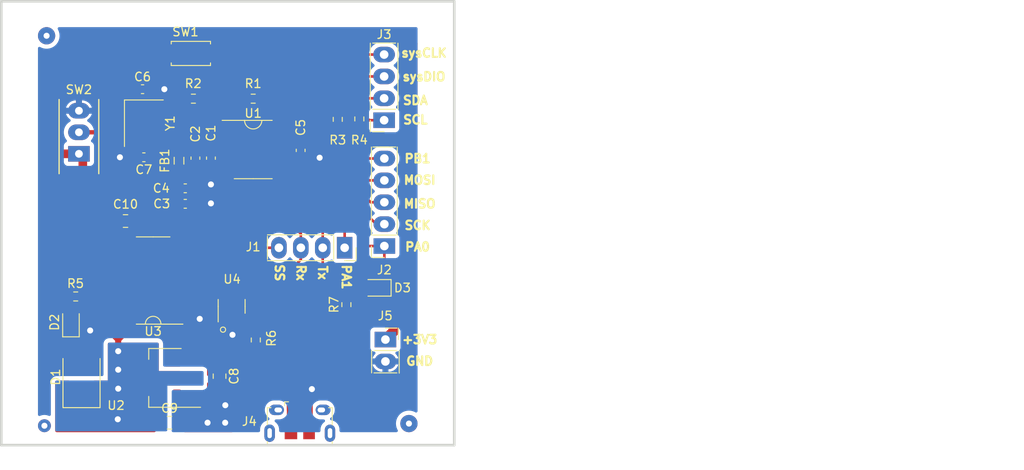
<source format=kicad_pcb>
(kicad_pcb (version 20211014) (generator pcbnew)
  (layers (0 "F.Cu" signal) (31 "B.Cu" mixed) (34 "B.Paste" user) (35 "F.Paste" user) (36 "B.SilkS" user "B.Silkscreen") (37 "F.SilkS" user "F.Silkscreen") (38 "B.Mask" user) (39 "F.Mask" user) (44 "Edge.Cuts" user))
  (net 0 "")
  (net 1 "+3.3VA")
  (net 2 "GND")
  (net 3 "+3V3")
  (net 4 "Net-(C6-Pad1)")
  (net 5 "Net-(C7-Pad1)")
  (net 6 "VCC")
  (net 7 "/NRST")
  (net 8 "Net-(D2-Pad2)")
  (net 9 "Net-(J2-Pad1)")
  (net 10 "Net-(J1-Pad1)")
  (net 11 "/TX")
  (net 12 "/RX")
  (net 13 "/SS")
  (net 14 "/SCK")
  (net 15 "/MISO")
  (net 16 "/MOSI")
  (net 17 "PB1")
  (net 18 "/I2C_SCL")
  (net 19 "/I2C_SDA")
  (net 20 "/SYS_SWDIO")
  (net 21 "/SYS_SWCLK")
  (net 22 "/USB_D-")
  (net 23 "/USB_D+")
  (net 26 "Net-(R2-Pad1)")
  (net 27 "Net-(R2-Pad2)")
  (net 36 "/CH_D+")
  (net 37 "/CH_D-")
  (net 38 "/DTR")
  (net 39 "Net-(D3-Pad2)")
  (footprint "Capacitor_SMD:C_0805_2012Metric" (layer "F.Cu") (at 142 103.9)
    (fp_text reference "C9" (at 0 -1.68) (layer "F.SilkS"))
    (fp_text value "22u")
    (pad "1" smd roundrect (at -0.95 0) (size 1 1.45) (layers "F.Cu" "F.Paste" "F.Mask") (net 3 "+3V3"))
    (pad "2" smd roundrect (at 0.95 0) (size 1 1.45) (layers "F.Cu" "F.Paste" "F.Mask") (net 2 "GND"))
  )
  (footprint "Connector_PinSocket_2.54mm:PinSocket_1x05_P2.54mm_Vertical" (layer "F.Cu") (at 166.9 83.4 180)
    (fp_text reference "J2" (at 0 -2.77) (layer "F.SilkS"))
    (fp_text value "Conn_01x05_Female")
    (pad "1" thru_hole rect (at 0 0 180) (size 2.5 1.8) (drill 1) (layers *.Cu *.Mask) (net 9 "Net-(J2-Pad1)"))
    (pad "2" thru_hole oval (at 0 2.54 180) (size 2.5 1.8) (drill 1) (layers *.Cu *.Mask) (net 14 "/SCK"))
    (pad "3" thru_hole oval (at 0 5.08 180) (size 2.5 1.8) (drill 1) (layers *.Cu *.Mask) (net 15 "/MISO"))
    (pad "4" thru_hole oval (at 0 7.62 180) (size 2.5 1.8) (drill 1) (layers *.Cu *.Mask) (net 16 "/MOSI"))
    (pad "5" thru_hole oval (at 0 10.16 180) (size 2.5 1.8) (drill 1) (layers *.Cu *.Mask) (net 17 "PB1"))
  )
  (footprint "Resistor_SMD:R_0603_1608Metric" (layer "F.Cu") (at 161.5 68.7 90)
    (fp_text reference "R3" (at -2.4 0 180) (layer "F.SilkS"))
    (fp_text value "10k")
    (pad "1" smd roundrect (at -0.9 0 90) (size 0.8 0.95) (layers "F.Cu" "F.Paste" "F.Mask") (net 3 "+3V3"))
    (pad "2" smd roundrect (at 0.9 0 90) (size 0.8 0.95) (layers "F.Cu" "F.Paste" "F.Mask") (net 19 "/I2C_SDA"))
  )
  (footprint "Capacitor_SMD:C_0603_1608Metric" (layer "F.Cu") (at 145 73.2 -90)
    (fp_text reference "C2" (at -2.8 0 90) (layer "F.SilkS"))
    (fp_text value "1u")
    (pad "1" smd roundrect (at -0.775 0 270) (size 0.9 0.95) (layers "F.Cu" "F.Paste" "F.Mask") (net 1 "+3.3VA"))
    (pad "2" smd roundrect (at 0.775 0 270) (size 0.9 0.95) (layers "F.Cu" "F.Paste" "F.Mask") (net 2 "GND"))
  )
  (footprint "Connector_USB:USB_Micro-B_Amphenol_10118194_Horizontal" (layer "F.Cu") (at 157.1 103.815)
    (fp_text reference "J4" (at -5.85 -0.065) (layer "F.SilkS"))
    (fp_text value "USB_B_Micro")
    (pad "" thru_hole oval (at 3.5 1.3) (size 1.2 2) (drill oval 0.5 1.15) (layers *.Cu *.Mask))
    (pad "" thru_hole oval (at 2.5 -1.4) (size 1.7 1.2) (drill oval 0.85 0.55 (offset 0.2 0)) (layers *.Cu *.Mask))
    (pad "" thru_hole oval (at -2.5 -1.4) (size 1.7 1.2) (drill oval 0.85 0.55 (offset -0.2 0)) (layers *.Cu *.Mask))
    (pad "" thru_hole oval (at -3.5 1.3) (size 1.2 2) (drill oval 0.5 1.15) (layers *.Cu *.Mask))
    (pad "1" smd rect (at -1.3 -1.4) (size 0.4 1.35) (layers "F.Cu" "F.Paste" "F.Mask") (net 6 "VCC"))
    (pad "2" smd rect (at -0.65 -1.4) (size 0.4 1.35) (layers "F.Cu" "F.Paste" "F.Mask") (net 22 "/USB_D-"))
    (pad "3" smd rect (at 0 -1.4) (size 0.4 1.35) (layers "F.Cu" "F.Paste" "F.Mask") (net 23 "/USB_D+"))
    (pad "4" smd rect (at 0.65 -1.4) (size 0.4 1.35) (layers "F.Cu" "F.Paste" "F.Mask"))
    (pad "5" smd rect (at 1.3 -1.4) (size 0.4 1.35) (layers "F.Cu" "F.Paste" "F.Mask") (net 2 "GND"))
    (pad "6" thru_hole oval (at -2.5 -1.4) (size 1.7 1.2) (drill oval 0.85 0.55 (offset -0.2 0)) (layers *.Cu *.Mask))
    (pad "6" thru_hole oval (at 2.5 -1.4) (size 1.7 1.2) (drill oval 0.85 0.55 (offset 0.2 0)) (layers *.Cu *.Mask))
    (pad "6" smd rect (at 1.075 1.2625) (size 1.35 1.475) (layers "F.Cu" "F.Paste" "F.Mask"))
    (pad "6" smd rect (at -1.025 1.2625) (size 1.45 1.475) (layers "F.Cu" "F.Paste" "F.Mask"))
    (pad "6" thru_hole oval (at 3.5 1.3) (size 0.89 1.55) (drill oval 0.5 1.15) (layers *.Cu *.Mask))
    (pad "6" thru_hole oval (at -3.5 1.3) (size 1.2 2) (drill oval 0.5 1.15) (layers *.Cu *.Mask))
  )
  (footprint "LED_SMD:LED_0805_2012Metric" (layer "F.Cu") (at 166 88.25 180)
    (fp_text reference "D3" (at -3 0) (layer "F.SilkS"))
    (fp_text value "LED")
    (pad "1" smd roundrect (at -0.9375 0 180) (size 0.975 1.4) (layers "F.Cu" "F.Paste" "F.Mask") (net 9 "Net-(J2-Pad1)"))
    (pad "2" smd roundrect (at 0.9375 0 180) (size 0.975 1.4) (layers "F.Cu" "F.Paste" "F.Mask") (net 39 "Net-(D3-Pad2)"))
  )
  (footprint "Button_Switch_THT:SW_CuK_OS102011MA1QN1_SPDT_Angled" (layer "F.Cu") (at 131.5 72.7 90)
    (fp_text reference "SW2" (at 7.45 0) (layer "F.SilkS"))
    (fp_text value "SW_SPDT")
    (pad "1" thru_hole rect (at 0 0 90) (size 1.8 2.5) (drill 0.9) (layers *.Cu *.Mask) (net 3 "+3V3"))
    (pad "2" thru_hole oval (at 2.5 0 90) (size 1.8 2.5) (drill 0.9) (layers *.Cu *.Mask) (net 26 "Net-(R2-Pad1)"))
    (pad "3" thru_hole oval (at 5 0 90) (size 1.8 2.5) (drill 0.9) (layers *.Cu *.Mask) (net 2 "GND"))
  )
  (footprint "Capacitor_SMD:C_0603_1608Metric" (layer "F.Cu") (at 146.8 73.2 -90)
    (fp_text reference "C1" (at -2.9 0 90) (layer "F.SilkS"))
    (fp_text value "10n")
    (pad "1" smd roundrect (at -0.775 0 270) (size 0.9 0.95) (layers "F.Cu" "F.Paste" "F.Mask") (net 1 "+3.3VA"))
    (pad "2" smd roundrect (at 0.775 0 270) (size 0.9 0.95) (layers "F.Cu" "F.Paste" "F.Mask") (net 2 "GND"))
  )
  (footprint "LED_SMD:LED_0805_2012Metric" (layer "F.Cu") (at 130.575 92.25 90)
    (fp_text reference "D2" (at 0 -1.9 90) (layer "F.SilkS"))
    (fp_text value "LED")
    (pad "1" smd roundrect (at -0.9375 0 90) (size 0.975 1.4) (layers "F.Cu" "F.Paste" "F.Mask") (net 2 "GND"))
    (pad "2" smd roundrect (at 0.9375 0 90) (size 0.975 1.4) (layers "F.Cu" "F.Paste" "F.Mask") (net 8 "Net-(D2-Pad2)"))
  )
  (footprint "Resistor_SMD:R_0603_1608Metric" (layer "F.Cu") (at 152 94.3 -90)
    (fp_text reference "R6" (at -0.2 -1.8 -270) (layer "F.SilkS"))
    (fp_text value "1k5")
    (pad "1" smd roundrect (at -0.825 0 270) (size 0.8 0.95) (layers "F.Cu" "F.Paste" "F.Mask") (net 3 "+3V3"))
    (pad "2" smd roundrect (at 0.825 0 270) (size 0.8 0.95) (layers "F.Cu" "F.Paste" "F.Mask") (net 23 "/USB_D+"))
  )
  (footprint "Button_Switch_SMD:SW_SPST_B3U-1000P" (layer "F.Cu") (at 144.25 61.05)
    (fp_text reference "SW1" (at -0.4 -2.5) (layer "F.SilkS"))
    (fp_text value "SW_Push")
    (pad "1" smd rect (at -2.1 0) (size 1 2) (layers "F.Cu" "F.Paste" "F.Mask") (net 2 "GND"))
    (pad "2" smd rect (at 2.1 0) (size 1 2) (layers "F.Cu" "F.Paste" "F.Mask") (net 7 "/NRST"))
  )
  (footprint "Connector_PinSocket_2.54mm:PinSocket_1x04_P2.54mm_Vertical" (layer "F.Cu") (at 162.3 83.6 -90)
    (fp_text reference "J1" (at -0.1 10.6 180) (layer "F.SilkS"))
    (fp_text value "Conn_01x04_Female")
    (pad "1" thru_hole rect (at 0 0 270) (size 2.5 1.8) (drill 1) (layers *.Cu *.Mask) (net 10 "Net-(J1-Pad1)"))
    (pad "2" thru_hole oval (at 0 2.54 270) (size 2.5 1.8) (drill 1) (layers *.Cu *.Mask) (net 11 "/TX"))
    (pad "3" thru_hole oval (at 0 5.08 270) (size 2.5 1.8) (drill 1) (layers *.Cu *.Mask) (net 12 "/RX"))
    (pad "4" thru_hole oval (at 0 7.62 270) (size 2.5 1.8) (drill 1) (layers *.Cu *.Mask) (net 13 "/SS"))
  )
  (footprint "Package_TO_SOT_SMD:SOT-23-6" (layer "F.Cu") (at 149.2 90.4 90)
    (fp_text reference "U4" (at 3.15 0.05 180) (layer "F.SilkS"))
    (fp_text value "USBLC6-2SC6")
    (pad "1" smd roundrect (at -1.1375 -0.95 90) (size 1.325 0.6) (layers "F.Cu" "F.Paste" "F.Mask") (net 22 "/USB_D-"))
    (pad "2" smd roundrect (at -1.1375 0 90) (size 1.325 0.6) (layers "F.Cu" "F.Paste" "F.Mask") (net 2 "GND"))
    (pad "3" smd roundrect (at -1.1375 0.95 90) (size 1.325 0.6) (layers "F.Cu" "F.Paste" "F.Mask") (net 23 "/USB_D+"))
    (pad "4" smd roundrect (at 1.1375 0.95 90) (size 1.325 0.6) (layers "F.Cu" "F.Paste" "F.Mask") (net 36 "/CH_D+"))
    (pad "5" smd roundrect (at 1.1375 0 90) (size 1.325 0.6) (layers "F.Cu" "F.Paste" "F.Mask") (net 3 "+3V3"))
    (pad "6" smd roundrect (at 1.1375 -0.95 90) (size 1.325 0.6) (layers "F.Cu" "F.Paste" "F.Mask") (net 37 "/CH_D-"))
  )
  (footprint "Crystal:Crystal_SMD_3225-4Pin_3.2x2.5mm_HandSoldering" (layer "F.Cu") (at 139.025 69.15 -90)
    (fp_text reference "Y1" (at 0 -3.05 90) (layer "F.SilkS"))
    (fp_text value "32MHz")
    (pad "1" smd roundrect (at -1.5 1.175 270) (size 1.8 1.5) (layers "F.Cu" "F.Paste" "F.Mask") (roundrect_rratio 0) (chamfer_ratio 0.3) (chamfer top_right) (net 4 "Net-(C6-Pad1)"))
    (pad "2" smd rect (at 1.4 1.175 270) (size 1.8 1.5) (layers "F.Cu" "F.Paste" "F.Mask") (net 2 "GND"))
    (pad "3" smd rect (at 1.4 -1.05 270) (size 1.8 1.5) (layers "F.Cu" "F.Paste" "F.Mask") (net 5 "Net-(C7-Pad1)"))
    (pad "4" smd rect (at -1.4 -1.05 270) (size 1.8 1.5) (layers "F.Cu" "F.Paste" "F.Mask") (net 2 "GND"))
  )
  (footprint "Inductor_SMD:L_0805_2012Metric" (layer "F.Cu") (at 143.1 73.5 -90)
    (fp_text reference "FB1" (at 0 1.65 90) (layer "F.SilkS"))
    (fp_text value "100R")
    (pad "1" smd roundrect (at -1.0625 0 270) (size 0.875 1.2) (layers "F.Cu" "F.Paste" "F.Mask") (net 1 "+3.3VA"))
    (pad "2" smd roundrect (at 1.0625 0 270) (size 0.875 1.2) (layers "F.Cu" "F.Paste" "F.Mask") (net 3 "+3V3"))
  )
  (footprint "Connector_PinSocket_2.54mm:PinSocket_1x04_P2.54mm_Vertical" (layer "F.Cu") (at 166.875 68.8 180)
    (fp_text reference "J3" (at 0 9.95) (layer "F.SilkS"))
    (fp_text value "Conn_01x04_Female")
    (pad "1" thru_hole rect (at 0 0 180) (size 2.5 1.8) (drill 1) (layers *.Cu *.Mask) (net 18 "/I2C_SCL"))
    (pad "2" thru_hole oval (at 0 2.54 180) (size 2.5 1.8) (drill 1) (layers *.Cu *.Mask) (net 19 "/I2C_SDA"))
    (pad "3" thru_hole oval (at 0 5.08 180) (size 2.5 1.8) (drill 1) (layers *.Cu *.Mask) (net 20 "/SYS_SWDIO"))
    (pad "4" thru_hole oval (at 0 7.62 180) (size 2.5 1.8) (drill 1) (layers *.Cu *.Mask) (net 21 "/SYS_SWCLK"))
  )
  (footprint "Resistor_SMD:R_0603_1608Metric" (layer "F.Cu") (at 162.5 90.2 90)
    (fp_text reference "R7" (at 0 -1.43 90) (layer "F.SilkS"))
    (fp_text value "1k5")
    (pad "1" smd roundrect (at -0.825 0 90) (size 0.8 0.95) (layers "F.Cu" "F.Paste" "F.Mask") (net 3 "+3V3"))
    (pad "2" smd roundrect (at 0.825 0 90) (size 0.8 0.95) (layers "F.Cu" "F.Paste" "F.Mask") (net 39 "Net-(D3-Pad2)"))
  )
  (footprint "Capacitor_SMD:C_0603_1608Metric" (layer "F.Cu") (at 139.025 73.1 180)
    (fp_text reference "C7" (at 0 -1.43) (layer "F.SilkS"))
    (fp_text value "10p")
    (pad "1" smd roundrect (at -0.775 0 180) (size 0.9 0.95) (layers "F.Cu" "F.Paste" "F.Mask") (net 5 "Net-(C7-Pad1)"))
    (pad "2" smd roundrect (at 0.775 0 180) (size 0.9 0.95) (layers "F.Cu" "F.Paste" "F.Mask") (net 2 "GND"))
  )
  (footprint "Capacitor_SMD:C_0603_1608Metric" (layer "F.Cu") (at 157.2 72.3 -90)
    (fp_text reference "C5" (at -2.65 0 90) (layer "F.SilkS"))
    (fp_text value "100n")
    (pad "1" smd roundrect (at -0.775 0 270) (size 0.9 0.95) (layers "F.Cu" "F.Paste" "F.Mask") (net 3 "+3V3"))
    (pad "2" smd roundrect (at 0.775 0 270) (size 0.9 0.95) (layers "F.Cu" "F.Paste" "F.Mask") (net 2 "GND"))
  )
  (footprint "Capacitor_SMD:C_0603_1608Metric" (layer "F.Cu") (at 143.825 76.7)
    (fp_text reference "C4" (at -2.775 0) (layer "F.SilkS"))
    (fp_text value "4.7u")
    (pad "1" smd roundrect (at -0.775 0) (size 0.9 0.95) (layers "F.Cu" "F.Paste" "F.Mask") (net 3 "+3V3"))
    (pad "2" smd roundrect (at 0.775 0) (size 0.9 0.95) (layers "F.Cu" "F.Paste" "F.Mask") (net 2 "GND"))
  )
  (footprint "Resistor_SMD:R_0603_1608Metric" (layer "F.Cu") (at 164 68.65 90)
    (fp_text reference "R4" (at -2.45 0) (layer "F.SilkS"))
    (fp_text value "10k")
    (pad "1" smd roundrect (at -0.825 0 90) (size 0.8 0.95) (layers "F.Cu" "F.Paste" "F.Mask") (net 3 "+3V3"))
    (pad "2" smd roundrect (at 0.825 0 90) (size 0.8 0.95) (layers "F.Cu" "F.Paste" "F.Mask") (net 18 "/I2C_SCL"))
  )
  (footprint "Package_TO_SOT_SMD:SOT-223-3_TabPin2" (layer "F.Cu") (at 141.5 98.7 180)
    (fp_text reference "U2" (at 5.7 -3.2) (layer "F.SilkS"))
    (fp_text value "AMS1117-3.3")
    (pad "1" smd rect locked (at -3.15 -2.3 180) (size 2 1.5) (layers "F.Cu" "F.Paste" "F.Mask") (net 2 "GND"))
    (pad "2" smd rect locked (at -3.15 0 180) (size 2 1.5) (layers "F.Cu" "F.Paste" "F.Mask") (net 3 "+3V3"))
    (pad "2" smd rect locked (at 3.15 0 180) (size 2 3.8) (layers "F.Cu" "F.Paste" "F.Mask") (net 3 "+3V3"))
    (pad "3" smd rect locked (at -3.15 2.3 180) (size 2 1.5) (layers "F.Cu" "F.Paste" "F.Mask") (net 6 "VCC"))
  )
  (footprint "Capacitor_SMD:C_0603_1608Metric" (layer "F.Cu") (at 138.875 65.2)
    (fp_text reference "C6" (at 0 -1.43) (layer "F.SilkS"))
    (fp_text value "10p")
    (pad "1" smd roundrect (at -0.775 0) (size 0.9 0.95) (layers "F.Cu" "F.Paste" "F.Mask") (net 4 "Net-(C6-Pad1)"))
    (pad "2" smd roundrect (at 0.775 0) (size 0.9 0.95) (layers "F.Cu" "F.Paste" "F.Mask") (net 2 "GND"))
  )
  (footprint "Package_SO:SOIC-16_3.9x9.9mm_P1.27mm" (layer "F.Cu") (at 140.1 87.4 180)
    (fp_text reference "U3" (at 0 -5.9) (layer "F.SilkS"))
    (fp_text value "CH340C")
    (pad "1" smd roundrect (at -2.475 -4.445 180) (size 1.95 0.6) (layers "F.Cu" "F.Paste" "F.Mask") (net 2 "GND"))
    (pad "2" smd roundrect (at -2.475 -3.175 180) (size 1.95 0.6) (layers "F.Cu" "F.Paste" "F.Mask") (net 12 "/RX"))
    (pad "3" smd roundrect (at -2.475 -1.905 180) (size 1.95 0.6) (layers "F.Cu" "F.Paste" "F.Mask") (net 11 "/TX"))
    (pad "4" smd roundrect (at -2.475 -0.635 180) (size 1.95 0.6) (layers "F.Cu" "F.Paste" "F.Mask") (net 3 "+3V3"))
    (pad "5" smd roundrect (at -2.475 0.635 180) (size 1.95 0.6) (layers "F.Cu" "F.Paste" "F.Mask") (net 36 "/CH_D+"))
    (pad "6" smd roundrect (at -2.475 1.905 180) (size 1.95 0.6) (layers "F.Cu" "F.Paste" "F.Mask") (net 37 "/CH_D-"))
    (pad "7" smd roundrect (at -2.475 3.175 180) (size 1.95 0.6) (layers "F.Cu" "F.Paste" "F.Mask"))
    (pad "8" smd roundrect (at -2.475 4.445 180) (size 1.95 0.6) (layers "F.Cu" "F.Paste" "F.Mask"))
    (pad "9" smd roundrect (at 2.475 4.445 180) (size 1.95 0.6) (layers "F.Cu" "F.Paste" "F.Mask"))
    (pad "10" smd roundrect (at 2.475 3.175 180) (size 1.95 0.6) (layers "F.Cu" "F.Paste" "F.Mask"))
    (pad "11" smd roundrect (at 2.475 1.905 180) (size 1.95 0.6) (layers "F.Cu" "F.Paste" "F.Mask"))
    (pad "12" smd roundrect (at 2.475 0.635 180) (size 1.95 0.6) (layers "F.Cu" "F.Paste" "F.Mask"))
    (pad "13" smd roundrect (at 2.475 -0.635 180) (size 1.95 0.6) (layers "F.Cu" "F.Paste" "F.Mask") (net 38 "/DTR"))
    (pad "14" smd roundrect (at 2.475 -1.905 180) (size 1.95 0.6) (layers "F.Cu" "F.Paste" "F.Mask"))
    (pad "15" smd roundrect (at 2.475 -3.175 180) (size 1.95 0.6) (layers "F.Cu" "F.Paste" "F.Mask"))
    (pad "16" smd roundrect (at 2.475 -4.445 180) (size 1.95 0.6) (layers "F.Cu" "F.Paste" "F.Mask") (net 3 "+3V3"))
  )
  (footprint "Capacitor_SMD:C_0603_1608Metric" (layer "F.Cu") (at 143.825 78.5)
    (fp_text reference "C3" (at -2.725 0) (layer "F.SilkS"))
    (fp_text value "1u")
    (pad "1" smd roundrect (at -0.775 0) (size 0.9 0.95) (layers "F.Cu" "F.Paste" "F.Mask") (net 3 "+3V3"))
    (pad "2" smd roundrect (at 0.775 0) (size 0.9 0.95) (layers "F.Cu" "F.Paste" "F.Mask") (net 2 "GND"))
  )
  (footprint "Capacitor_SMD:C_0805_2012Metric" (layer "F.Cu") (at 136.9 80.5 180)
    (fp_text reference "C10" (at 0 1.95) (layer "F.SilkS"))
    (fp_text value "47n")
    (pad "1" smd roundrect (at -0.95 0 180) (size 1 1.45) (layers "F.Cu" "F.Paste" "F.Mask") (net 7 "/NRST"))
    (pad "2" smd roundrect (at 0.95 0 180) (size 1 1.45) (layers "F.Cu" "F.Paste" "F.Mask") (net 38 "/DTR"))
  )
  (footprint "Resistor_SMD:R_0603_1608Metric" (layer "F.Cu") (at 151.7 66.3 180)
    (fp_text reference "R1" (at 0 1.75) (layer "F.SilkS"))
    (fp_text value "10k")
    (pad "1" smd roundrect (at -0.825 0 180) (size 0.8 0.95) (layers "F.Cu" "F.Paste" "F.Mask") (net 3 "+3V3"))
    (pad "2" smd roundrect (at 0.825 0 180) (size 0.8 0.95) (layers "F.Cu" "F.Paste" "F.Mask") (net 7 "/NRST"))
  )
  (footprint "Capacitor_SMD:C_0805_2012Metric" (layer "F.Cu") (at 147.8 98.5 -90)
    (fp_text reference "C8" (at 0 -1.68 -90) (layer "F.SilkS"))
    (fp_text value "22u")
    (pad "1" smd roundrect (at -0.95 0 270) (size 1 1.45) (layers "F.Cu" "F.Paste" "F.Mask") (net 6 "VCC"))
    (pad "2" smd roundrect (at 0.95 0 270) (size 1 1.45) (layers "F.Cu" "F.Paste" "F.Mask") (net 2 "GND"))
  )
  (footprint "Diode_SMD:D_SMB" (layer "F.Cu") (at 131.8 98.6 90)
    (fp_text reference "D1" (at 0 -3 90) (layer "F.SilkS"))
    (fp_text value "SMAJ5.0A")
    (pad "1" smd rect (at -2.15 0 90) (size 2.5 2.3) (layers "F.Cu" "F.Paste" "F.Mask") (net 3 "+3V3"))
    (pad "2" smd rect (at 2.15 0 90) (size 2.5 2.3) (layers "F.Cu" "F.Paste" "F.Mask") (net 2 "GND"))
  )
  (footprint "Resistor_SMD:R_0603_1608Metric" (layer "F.Cu") (at 131.125 89.25 180)
    (fp_text reference "R5" (at 0.025 1.5) (layer "F.SilkS"))
    (fp_text value "1k5")
    (pad "1" smd roundrect (at -0.825 0 180) (size 0.8 0.95) (layers "F.Cu" "F.Paste" "F.Mask") (net 3 "+3V3"))
    (pad "2" smd roundrect (at 0.825 0 180) (size 0.8 0.95) (layers "F.Cu" "F.Paste" "F.Mask") (net 8 "Net-(D2-Pad2)"))
  )
  (footprint "Connector_PinSocket_2.54mm:PinSocket_1x02_P2.54mm_Vertical" (layer "F.Cu") (at 167.025 94.25)
    (fp_text reference "J5" (at -0.025 -2.75) (layer "F.SilkS"))
    (fp_text value "Conn_01x02_Female")
    (pad "1" thru_hole rect (at 0 0) (size 2.5 1.8) (drill 1) (layers *.Cu *.Mask) (net 3 "+3V3"))
    (pad "2" thru_hole oval (at 0 2.54) (size 2.5 1.8) (drill 1) (layers *.Cu *.Mask) (net 2 "GND"))
  )
  (footprint "Resistor_SMD:R_0603_1608Metric" (layer "F.Cu") (at 144.76739 66.3)
    (fp_text reference "R2" (at -0.01739 -1.75) (layer "F.SilkS"))
    (fp_text value "1k")
    (pad "1" smd roundrect (at -0.825 0) (size 0.8 0.95) (layers "F.Cu" "F.Paste" "F.Mask") (net 26 "Net-(R2-Pad1)"))
    (pad "2" smd roundrect (at 0.825 0) (size 0.8 0.95) (layers "F.Cu" "F.Paste" "F.Mask") (net 27 "Net-(R2-Pad2)"))
  )
  (footprint "Package_SO:TSSOP-20_4.4x6.5mm_P0.65mm" (layer "F.Cu") (at 151.7 72.2)
    (fp_text reference "U1" (at 0 -4.2) (layer "F.SilkS"))
    (fp_text value "STM32F030F4Px")
    (pad "1" smd roundrect (at -2.8625 -2.925) (size 1.475 0.4) (layers "F.Cu" "F.Paste" "F.Mask") (roundrect_rratio 0.2) (chamfer_ratio 0.5) (chamfer top_left) (net 27 "Net-(R2-Pad2)"))
    (pad "2" smd roundrect (at -2.8625 -2.275) (size 1.475 0.4) (layers "F.Cu" "F.Paste" "F.Mask") (net 4 "Net-(C6-Pad1)"))
    (pad "3" smd roundrect (at -2.8625 -1.625) (size 1.475 0.4) (layers "F.Cu" "F.Paste" "F.Mask") (net 5 "Net-(C7-Pad1)"))
    (pad "4" smd roundrect (at -2.8625 -0.975) (size 1.475 0.4) (layers "F.Cu" "F.Paste" "F.Mask") (net 7 "/NRST"))
    (pad "5" smd roundrect (at -2.8625 -0.325) (size 1.475 0.4) (layers "F.Cu" "F.Paste" "F.Mask") (net 1 "+3.3VA"))
    (pad "6" smd roundrect (at -2.8625 0.325) (size 1.475 0.4) (layers "F.Cu" "F.Paste" "F.Mask") (net 9 "Net-(J2-Pad1)"))
    (pad "7" smd roundrect (at -2.8625 0.975) (size 1.475 0.4) (layers "F.Cu" "F.Paste" "F.Mask") (net 10 "Net-(J1-Pad1)"))
    (pad "8" smd roundrect (at -2.8625 1.625) (size 1.475 0.4) (layers "F.Cu" "F.Paste" "F.Mask") (net 11 "/TX"))
    (pad "9" smd roundrect (at -2.8625 2.275) (size 1.475 0.4) (layers "F.Cu" "F.Paste" "F.Mask") (net 12 "/RX"))
    (pad "10" smd roundrect (at -2.8625 2.925) (size 1.475 0.4) (layers "F.Cu" "F.Paste" "F.Mask") (net 13 "/SS"))
    (pad "11" smd roundrect (at 2.8625 2.925) (size 1.475 0.4) (layers "F.Cu" "F.Paste" "F.Mask") (net 14 "/SCK"))
    (pad "12" smd roundrect (at 2.8625 2.275) (size 1.475 0.4) (layers "F.Cu" "F.Paste" "F.Mask") (net 15 "/MISO"))
    (pad "13" smd roundrect (at 2.8625 1.625) (size 1.475 0.4) (layers "F.Cu" "F.Paste" "F.Mask") (net 16 "/MOSI"))
    (pad "14" smd roundrect (at 2.8625 0.975) (size 1.475 0.4) (layers "F.Cu" "F.Paste" "F.Mask") (net 17 "PB1"))
    (pad "15" smd roundrect (at 2.8625 0.325) (size 1.475 0.4) (layers "F.Cu" "F.Paste" "F.Mask") (net 2 "GND"))
    (pad "16" smd roundrect (at 2.8625 -0.325) (size 1.475 0.4) (layers "F.Cu" "F.Paste" "F.Mask") (net 3 "+3V3"))
    (pad "17" smd roundrect (at 2.8625 -0.975) (size 1.475 0.4) (layers "F.Cu" "F.Paste" "F.Mask") (net 18 "/I2C_SCL"))
    (pad "18" smd roundrect (at 2.8625 -1.625) (size 1.475 0.4) (layers "F.Cu" "F.Paste" "F.Mask") (net 19 "/I2C_SDA"))
    (pad "19" smd roundrect (at 2.8625 -2.275) (size 1.475 0.4) (layers "F.Cu" "F.Paste" "F.Mask") (net 20 "/SYS_SWDIO"))
    (pad "20" smd roundrect (at 2.8625 -2.925) (size 1.475 0.4) (layers "F.Cu" "F.Paste" "F.Mask") (net 21 "/SYS_SWCLK"))
  )
  (gr_line (start 122.5 54.999999) (end 122.5 106.5) (layer "Edge.Cuts") (width 0.3))
  (gr_line (start 175 54.999999) (end 122.5 54.999999) (layer "Edge.Cuts") (width 0.3))
  (gr_line (start 122.5 106.5) (end 175 106.5) (layer "Edge.Cuts") (width 0.3))
  (gr_line (start 175 106.5) (end 175 54.999999) (layer "Edge.Cuts") (width 0.3))
  (gr_text "(0)^(0)" (at 167 100.25) (layer "F.Cu") (effects (font (size 1.3 1.5) (thickness 0.3))))
  (gr_text "STM32\nJNBG\n" (at 160.5 95) (layer "F.Cu") (effects (font (size 1.5 1.5) (thickness 0.3) italic)))
  (gr_text "MOSI" (at 171 75.75) (layer "F.SilkS") (effects (font (size 1 1) (thickness 0.25))))
  (gr_text "SS" (at 154.75 86.5 270) (layer "F.SilkS") (effects (font (size 1 1) (thickness 0.25))))
  (gr_text "SCK" (at 170.75 81) (layer "F.SilkS") (effects (font (size 1 1) (thickness 0.25))))
  (gr_text "Tx" (at 159.75 86.5 270) (layer "F.SilkS") (effects (font (size 1 1) (thickness 0.25))))
  (gr_text "SCL" (at 170.5 68.75) (layer "F.SilkS") (effects (font (size 1 1) (thickness 0.25))))
  (gr_text "MISO" (at 171 78.5) (layer "F.SilkS") (effects (font (size 1 1) (thickness 0.25))))
  (gr_text "PA0" (at 170.75 83.5) (layer "F.SilkS") (effects (font (size 1 1) (thickness 0.25))))
  (gr_text "+3V3\n" (at 171 94.25) (layer "F.SilkS") (effects (font (size 1 1) (thickness 0.25))))
  (gr_text "sysCLK\n" (at 171.5 61) (layer "F.SilkS") (effects (font (size 1 1) (thickness 0.25))))
  (gr_text "SDA" (at 170.5 66.5) (layer "F.SilkS") (effects (font (size 1 1) (thickness 0.25))))
  (gr_text "GND\n" (at 171 96.75) (layer "F.SilkS") (effects (font (size 1 1) (thickness 0.25))))
  (gr_text "Rx" (at 157.25 86.5 270) (layer "F.SilkS") (effects (font (size 1 1) (thickness 0.25))))
  (gr_text "PA1" (at 162.5 87 270) (layer "F.SilkS") (effects (font (size 1 1) (thickness 0.25))))
  (gr_text "sysDIO" (at 171.5 63.75) (layer "F.SilkS") (effects (font (size 1 1) (thickness 0.25))))
  (gr_text "PB1" (at 170.75 73.25) (layer "F.SilkS") (effects (font (size 1 1) (thickness 0.25))))
  (via (at 127.5 104.25) (size 1.5) (drill 0.7) (layers "F.Cu" "B.Cu") (net 0))
  (via (at 169.75 104) (size 2) (drill 0.7) (layers "F.Cu" "B.Cu") (net 0))
  (via (at 127.75 59) (size 2) (drill 0.7) (layers "F.Cu" "B.Cu") (net 0))
  (segment (start 143.1 72.4375) (end 144.9875 72.4375) (width 0.5) (layer "F.Cu") (net 1))
  (segment (start 148.8375 71.875) (end 147.35 71.875) (width 0.3) (layer "F.Cu") (net 1))
  (segment (start 145.2 72.425) (end 147.075 72.425) (width 0.3) (layer "F.Cu") (net 1))
  (segment (start 147.30098 71.92402) (end 147 72.225) (width 0.3) (layer "F.Cu") (net 1))
  (segment (start 147.35 71.875) (end 146.8 72.425) (width 0.3) (layer "F.Cu") (net 1))
  (segment (start 144.9875 72.4375) (end 145 72.425) (width 0.5) (layer "F.Cu") (net 1))
  (segment (start 147 72.225) (end 147 72.425) (width 0.3) (layer "F.Cu") (net 1))
  (segment (start 138.25 73.1) (end 138.25 72.25) (width 0.4) (layer "F.Cu") (net 2))
  (segment (start 131.5 64.1) (end 131.5 67.7) (width 0.7) (layer "F.Cu") (net 2))
  (segment (start 159.3245 73.075) (end 157.2 73.075) (width 0.3) (layer "F.Cu") (net 2))
  (segment (start 146.8 73.975) (end 145 73.975) (width 0.5) (layer "F.Cu") (net 2))
  (segment (start 149.2 93.6) (end 149.2 91.5375) (width 0.4) (layer "F.Cu") (net 2))
  (segment (start 144.6 76.7) (end 144.6 78.5) (width 0.4) (layer "F.Cu") (net 2))
  (segment (start 146.75 78.5) (end 146.8 78.45) (width 0.4) (layer "F.Cu") (net 2))
  (segment (start 158.5 100) (end 158.4 100.1) (width 0.3) (layer "F.Cu") (net 2))
  (segment (start 145.4505 91.9) (end 145.3 91.9) (width 0.4) (layer "F.Cu") (net 2))
  (segment (start 137.85 71.85) (end 137.85 70.65) (width 0.4) (layer "F.Cu") (net 2))
  (segment (start 156.65 72.525) (end 157.2 73.075) (width 0.3) (layer "F.Cu") (net 2))
  (segment (start 134.55 61.05) (end 131.5 64.1) (width 0.7) (layer "F.Cu") (net 2))
  (segment (start 146.8 76.25) (end 146.8 73.975) (width 0.5) (layer "F.Cu") (net 2))
  (segment (start 154.5625 72.525) (end 156.65 72.525) (width 0.3) (layer "F.Cu") (net 2))
  (segment (start 144.6 78.5) (end 146.75 78.5) (width 0.4) (layer "F.Cu") (net 2))
  (segment (start 142.15 61.05) (end 134.55 61.05) (width 0.7) (layer "F.Cu") (net 2))
  (segment (start 139.65 67.1) (end 140.2 67.65) (width 0.4) (layer "F.Cu") (net 2))
  (segment (start 139.65 65.2) (end 139.65 67.1) (width 0.4) (layer "F.Cu") (net 2))
  (segment (start 145.5005 91.85) (end 145.4955 91.845) (width 0.4) (layer "F.Cu") (net 2))
  (segment (start 145.5005 91.85) (end 145.4505 91.9) (width 0.4) (layer "F.Cu") (net 2))
  (segment (start 139.65 65.2) (end 141 65.2) (width 0.4) (layer "F.Cu") (net 2))
  (segment (start 159.4 73.1505) (end 159.3245 73.075) (width 0.3) (layer "F.Cu") (net 2))
  (segment (start 138.25 72.25) (end 137.85 71.85) (width 0.4) (layer "F.Cu") (net 2))
  (segment (start 158.4 100.1) (end 158.4 102.415) (width 0.3) (layer "F.Cu") (net 2))
  (segment (start 138.25 73.1) (end 136.7 73.1) (width 0.4) (layer "F.Cu") (net 2))
  (segment (start 145.4955 91.845) (end 143.275 91.845) (width 0.4) (layer "F.Cu") (net 2))
  (segment (start 149.3 93.7) (end 149.2 93.6) (width 0.4) (layer "F.Cu") (net 2))
  (via (at 149.3 93.7) (size 1.4) (drill 0.7) (layers "F.Cu" "B.Cu") (net 2))
  (via (at 148.46562 101.870923) (size 1.5) (drill 0.7) (layers "F.Cu" "B.Cu") (net 2))
  (via (at 146.8 78.45) (size 1.4) (drill 0.7) (layers "F.Cu" "B.Cu") (net 2))
  (via (at 132.8 93.2) (size 1.5) (drill 0.7) (layers "F.Cu" "B.Cu") (net 2))
  (via (at 146.40838 103.9) (size 1.5) (drill 0.7) (layers "F.Cu" "B.Cu") (net 2))
  (via (at 141.4 65.2) (size 1.4) (drill 0.7) (layers "F.Cu" "B.Cu") (net 2))
  (via (at 146.8 76.25) (size 1.4) (drill 0.7) (layers "F.Cu" "B.Cu") (net 2))
  (via (at 158.5 100) (size 1.5) (drill 0.7) (layers "F.Cu" "B.Cu") (net 2))
  (via (at 159.4 73.1505) (size 1.4) (drill 0.7) (layers "F.Cu" "B.Cu") (net 2))
  (via (at 148.45 103.9) (size 1.5) (drill 0.7) (layers "F.Cu" "B.Cu") (net 2))
  (via (at 145.5005 91.85) (size 1.5) (drill 0.7) (layers "F.Cu" "B.Cu") (net 2))
  (via (at 136.25 73.1) (size 1.4) (drill 0.7) (layers "F.Cu" "B.Cu") (net 2))
  (segment (start 155 88.5) (end 152.25 88.5) (width 1) (layer "F.Cu") (net 3))
  (segment (start 168 91) (end 157.5 91) (width 1) (layer "F.Cu") (net 3))
  (segment (start 157.2 71.525) (end 158.675 71.525) (width 0.5) (layer "F.Cu") (net 3))
  (segment (start 131.5 72.7) (end 129.45 72.7) (width 1) (layer "F.Cu") (net 3))
  (segment (start 131.95 89.25) (end 131.95 73.15) (width 1) (layer "F.Cu") (net 3))
  (segment (start 157.6 71.525) (end 157.2 71.525) (width 0.3) (layer "F.Cu") (net 3))
  (segment (start 149.2 87.95) (end 149.55 87.6) (width 0.7) (layer "F.Cu") (net 3))
  (segment (start 161.6 69.5) (end 161.5 69.6) (width 0.5) (layer "F.Cu") (net 3))
  (segment (start 169 70.75) (end 170 71.75) (width 1) (layer "F.Cu") (net 3))
  (segment (start 136.05 94.25) (end 136.775 93.525) (width 0.7) (layer "F.Cu") (net 3))
  (segment (start 143.1 74.5625) (end 143.1 76.65) (width 0.5) (layer "F.Cu") (net 3))
  (segment (start 170.25 59.9) (end 170.25 69.5) (width 1) (layer "F.Cu") (net 3))
  (segment (start 163.85 69.55) (end 163.8 69.5) (width 0.5) (layer "F.Cu") (net 3))
  (segment (start 163.85 69.55) (end 164.15 69.55) (width 0.7) (layer "F.Cu") (net 3))
  (segment (start 156.85 71.875) (end 154.5625 71.875) (width 0.3) (layer "F.Cu") (net 3))
  (segment (start 158.675 71.525) (end 160.6 69.6) (width 0.5) (layer "F.Cu") (net 3))
  (segment (start 149.2 89.2625) (end 149.2 87.95) (width 0.7) (layer "F.Cu") (net 3))
  (segment (start 154.5625 71.875) (end 153.075 71.875) (width 0.3) (layer "F.Cu") (net 3))
  (segment (start 138.855 91.845) (end 138.325 91.845) (width 0.4) (layer "F.Cu") (net 3))
  (segment (start 145.75 90.120291) (end 146.900011 91.270302) (width 0.7) (layer "F.Cu") (net 3))
  (segment (start 133.1 58.65) (end 169 58.65) (width 1) (layer "F.Cu") (net 3))
  (segment (start 128.5 71.75) (end 128.5 63.25) (width 1) (layer "F.Cu") (net 3))
  (segment (start 136.05 95.6) (end 136.05 94.25) (width 0.7) (layer "F.Cu") (net 3))
  (segment (start 164.15 69.55) (end 165.4 70.8) (width 0.7) (layer "F.Cu") (net 3))
  (segment (start 133.85 89.25) (end 131.95 89.25) (width 0.7) (layer "F.Cu") (net 3))
  (segment (start 168 93.275) (end 167.025 94.25) (width 1.2) (layer "F.Cu") (net 3))
  (segment (start 157.2 71.525) (end 156.85 71.875) (width 0.3) (layer "F.Cu") (net 3))
  (segment (start 129.45 72.7) (end 128.5 71.75) (width 1) (layer "F.Cu") (net 3))
  (segment (start 169 58.65) (end 170.25 59.9) (width 1) (layer "F.Cu") (net 3))
  (segment (start 143.05 76.7) (end 143.05 78.5) (width 0.4) (layer "F.Cu") (net 3))
  (segment (start 163.8 69.5) (end 161.6 69.5) (width 0.5) (layer "F.Cu") (net 3))
  (segment (start 168 91) (end 168 93.275) (width 1.2) (layer "F.Cu") (net 3))
  (segment (start 151.35 87.6) (end 152 88.25) (width 0.7) (layer "F.Cu") (net 3))
  (segment (start 146.3 93.525) (end 146.225 93.525) (width 0.5) (layer "F.Cu") (net 3))
  (segment (start 139.3 91.4) (end 138.855 91.845) (width 0.4) (layer "F.Cu") (net 3))
  (segment (start 170 89) (end 168 91) (width 1) (layer "F.Cu") (net 3))
  (segment (start 146.900011 91.270302) (end 146.900011 92.924989) (width 0.7) (layer "F.Cu") (net 3))
  (segment (start 136.05 94.25) (end 134.7 92.9) (width 0.7) (layer "F.Cu") (net 3))
  (segment (start 165.4 70.8) (end 168.8 70.8) (width 0.7) (layer "F.Cu") (net 3))
  (segment (start 160.6 69.6) (end 161.5 69.6) (width 0.5) (layer "F.Cu") (net 3))
  (segment (start 143.275 88.035) (end 144.75 88.035) (width 0.6) (layer "F.Cu") (net 3))
  (segment (start 152 88.25) (end 152 93.475) (width 0.7) (layer "F.Cu") (net 3))
  (segment (start 149.55 87.6) (end 151.35 87.6) (width 0.7) (layer "F.Cu") (net 3))
  (segment (start 153.075 71.875) (end 152.525 71.325) (width 0.3) (layer "F.Cu") (net 3))
  (segment (start 139.3 80) (end 139.3 91.4) (width 0.4) (layer "F.Cu") (net 3))
  (segment (start 138.95 93.45) (end 138.82 93.45) (width 0.5) (layer "F.Cu") (net 3))
  (segment (start 170 71.75) (end 170 89) (width 1) (layer "F.Cu") (net 3))
  (segment (start 157.5 91) (end 155 88.5) (width 1) (layer "F.Cu") (net 3))
  (segment (start 143.05 78.5) (end 140.8 78.5) (width 0.4) (layer "F.Cu") (net 3))
  (segment (start 131.95 73.15) (end 131.5 72.7) (width 1) (layer "F.Cu") (net 3))
  (segment (start 134.7 90.1) (end 133.85 89.25) (width 0.7) (layer "F.Cu") (net 3))
  (segment (start 143.1 76.65) (end 143.05 76.7) (width 0.5) (layer "F.Cu") (net 3))
  (segment (start 140.8 78.5) (end 139.3 80) (width 0.4) (layer "F.Cu") (net 3))
  (segment (start 136.775 93.525) (end 146.225 93.525) (width 0.7) (layer "F.Cu") (net 3))
  (segment (start 145.75 89.035) (end 145.75 90.120291) (width 0.7) (layer "F.Cu") (net 3))
  (segment (start 146.900011 92.924989) (end 146.3 93.525) (width 0.7) (layer "F.Cu") (net 3))
  (segment (start 170.25 69.5) (end 169 70.75) (width 1) (layer "F.Cu") (net 3))
  (segment (start 134.7 92.9) (end 134.7 90.1) (width 0.7) (layer "F.Cu") (net 3))
  (segment (start 144.75 88.035) (end 145.75 89.035) (width 0.7) (layer "F.Cu") (net 3))
  (segment (start 128.5 63.25) (end 133.1 58.65) (width 1) (layer "F.Cu") (net 3))
  (segment (start 152.525 71.325) (end 152.525 66.3) (width 0.3) (layer "F.Cu") (net 3))
  (via (at 136.05 97.75) (size 1.5) (drill 0.7) (layers "F.Cu" "B.Cu") (net 3))
  (via (at 136 103.5) (size 1.5) (drill 0.7) (layers "F.Cu" "B.Cu") (net 3))
  (via (at 136.05 99.95) (size 1.5) (drill 0.7) (layers "F.Cu" "B.Cu") (net 3))
  (via (at 136.05 95.6) (size 1.5) (drill 0.7) (layers "F.Cu" "B.Cu") (net 3))
  (segment (start 138.1 65.2) (end 138.1 67.4) (width 0.4) (layer "F.Cu") (net 4))
  (segment (start 147.425 69.925) (end 147.625 69.925) (width 0.3) (layer "F.Cu") (net 4))
  (segment (start 139.074511 69.099511) (end 146.599511 69.099511) (width 0.3) (layer "F.Cu") (net 4))
  (segment (start 148.8375 69.925) (end 147.625 69.925) (width 0.3) (layer "F.Cu") (net 4))
  (segment (start 146.599511 69.099511) (end 147.425 69.925) (width 0.3) (layer "F.Cu") (net 4))
  (segment (start 138.1 67.4) (end 137.85 67.65) (width 0.4) (layer "F.Cu") (net 4))
  (segment (start 137.85 67.65) (end 137.85 67.875) (width 0.3) (layer "F.Cu") (net 4))
  (segment (start 137.85 67.875) (end 139.074511 69.099511) (width 0.3) (layer "F.Cu") (net 4))
  (segment (start 148.8375 70.575) (end 140.275 70.575) (width 0.3) (layer "F.Cu") (net 5))
  (segment (start 140.2 71.9) (end 140.2 70.65) (width 0.4) (layer "F.Cu") (net 5))
  (segment (start 139.8 72.3) (end 140.2 71.9) (width 0.4) (layer "F.Cu") (net 5))
  (segment (start 139.8 73.1) (end 139.8 72.3) (width 0.4) (layer "F.Cu") (net 5))
  (segment (start 140.2 70.65) (end 140.32548 70.52452) (width 0.3) (layer "F.Cu") (net 5))
  (segment (start 140.275 70.575) (end 140.2 70.65) (width 0.3) (layer "F.Cu") (net 5))
  (segment (start 155.8 99.1) (end 155.7 99) (width 0.3) (layer "F.Cu") (net 6))
  (segment (start 155.8 102.415) (end 155.8 99.1) (width 0.3) (layer "F.Cu") (net 6))
  (segment (start 150.875 66.3) (end 150.875 62.175) (width 0.3) (layer "F.Cu") (net 7))
  (segment (start 141.6 71.6) (end 141.6 76.3) (width 0.3) (layer "F.Cu") (net 7))
  (segment (start 148.8375 71.225) (end 141.975 71.225) (width 0.3) (layer "F.Cu") (net 7))
  (segment (start 141.975 71.225) (end 141.6 71.6) (width 0.3) (layer "F.Cu") (net 7))
  (segment (start 150.875 70.625) (end 150.875 66.3) (width 0.3) (layer "F.Cu") (net 7))
  (segment (start 141.6 76.3) (end 141 76.9) (width 0.3) (layer "F.Cu") (net 7))
  (segment (start 149.75 61.05) (end 146.25 61.05) (width 0.3) (layer "F.Cu") (net 7))
  (segment (start 138.5 76.9) (end 137.85 77.55) (width 0.3) (layer "F.Cu") (net 7))
  (segment (start 150.875 62.175) (end 149.75 61.05) (width 0.3) (layer "F.Cu") (net 7))
  (segment (start 150.275 71.225) (end 150.875 70.625) (width 0.3) (layer "F.Cu") (net 7))
  (segment (start 137.85 77.55) (end 137.85 80.5) (width 0.3) (layer "F.Cu") (net 7))
  (segment (start 141 76.9) (end 138.5 76.9) (width 0.3) (layer "F.Cu") (net 7))
  (segment (start 148.8375 71.225) (end 150.275 71.225) (width 0.3) (layer "F.Cu") (net 7))
  (segment (start 130.3 91.0375) (end 130.575 91.3125) (width 0.4) (layer "F.Cu") (net 8))
  (segment (start 130.3 89.5) (end 130.3 91.0375) (width 0.4) (layer "F.Cu") (net 8))
  (segment (start 166.9 83.4) (end 166.9 88.2125) (width 0.3) (layer "F.Cu") (net 9))
  (segment (start 164.5 82.9) (end 165 83.4) (width 0.3) (layer "F.Cu") (net 9))
  (segment (start 148.8375 72.525) (end 152.025 72.525) (width 0.3) (layer "F.Cu") (net 9))
  (segment (start 166.9 88.2125) (end 166.9375 88.25) (width 0.3) (layer "F.Cu") (net 9))
  (segment (start 152.95 73.45) (end 152.95 76.05) (width 0.3) (layer "F.Cu") (net 9))
  (segment (start 152.95 76.05) (end 155.3 78.4) (width 0.3) (layer "F.Cu") (net 9))
  (segment (start 155.3 78.4) (end 161.5 78.4) (width 0.3) (layer "F.Cu") (net 9))
  (segment (start 161.5 78.4) (end 164.5 81.4) (width 0.3) (layer "F.Cu") (net 9))
  (segment (start 152.025 72.525) (end 152.95 73.45) (width 0.3) (layer "F.Cu") (net 9))
  (segment (start 164.5 81.4) (end 164.5 82.9) (width 0.3) (layer "F.Cu") (net 9))
  (segment (start 165 83.4) (end 166.9 83.4) (width 0.3) (layer "F.Cu") (net 9))
  (segment (start 160.15 79.4) (end 154.4 79.4) (width 0.3) (layer "F.Cu") (net 10))
  (segment (start 152.1 74.2) (end 151.075 73.175) (width 0.3) (layer "F.Cu") (net 10))
  (segment (start 162.3 81.55) (end 160.15 79.4) (width 0.3) (layer "F.Cu") (net 10))
  (segment (start 152.1 77.1) (end 152.1 74.2) (width 0.3) (layer "F.Cu") (net 10))
  (segment (start 162.3 83.6) (end 162.3 81.55) (width 0.3) (layer "F.Cu") (net 10))
  (segment (start 151.075 73.175) (end 148.8375 73.175) (width 0.3) (layer "F.Cu") (net 10))
  (segment (start 154.4 79.4) (end 152.1 77.1) (width 0.3) (layer "F.Cu") (net 10))
  (segment (start 158.8 80.4) (end 159.76 81.36) (width 0.3) (layer "F.Cu") (net 11))
  (segment (start 159.76 83.6) (end 159.76 85.44) (width 0.3) (layer "F.Cu") (net 11))
  (segment (start 151.25 78) (end 153.65 80.4) (width 0.3) (layer "F.Cu") (net 11))
  (segment (start 153.65 80.4) (end 158.8 80.4) (width 0.3) (layer "F.Cu") (net 11))
  (segment (start 141.64785 81.9) (end 140.8 82.74785) (width 0.3) (layer "F.Cu") (net 11))
  (segment (start 150.325 73.825) (end 151.25 74.75) (width 0.3) (layer "F.Cu") (net 11))
  (segment (start 140.8 82.74785) (end 140.8 88.8) (width 0.3) (layer "F.Cu") (net 11))
  (segment (start 158.5 86.7) (end 149.5 86.7) (width 0.3) (layer "F.Cu") (net 11))
  (segment (start 143.275 89.305) (end 141.805 89.305) (width 0.3) (layer "F.Cu") (net 11))
  (segment (start 159.76 85.44) (end 158.5 86.7) (width 0.3) (layer "F.Cu") (net 11))
  (segment (start 144.7 81.9) (end 141.64785 81.9) (width 0.3) (layer "F.Cu") (net 11))
  (segment (start 159.76 81.36) (end 159.76 83.6) (width 0.3) (layer "F.Cu") (net 11))
  (segment (start 141.305 89.305) (end 142.575 89.305) (width 0.3) (layer "F.Cu") (net 11))
  (segment (start 151.25 74.75) (end 151.25 78) (width 0.3) (layer "F.Cu") (net 11))
  (segment (start 148.8375 73.825) (end 150.325 73.825) (width 0.3) (layer "F.Cu") (net 11))
  (segment (start 140.8 88.8) (end 141.305 89.305) (width 0.3) (layer "F.Cu") (net 11))
  (segment (start 149.5 86.7) (end 144.7 81.9) (width 0.3) (layer "F.Cu") (net 11))
  (segment (start 157.22 84.98) (end 157.22 83.6) (width 0.3) (layer "F.Cu") (net 12))
  (segment (start 149.9 85.8) (end 156.4 85.8) (width 0.3) (layer "F.Cu") (net 12))
  (segment (start 148.8375 74.475) (end 149.875 74.475) (width 0.3) (layer "F.Cu") (net 12))
  (segment (start 150.3 78.8) (end 152.8 81.3) (width 0.3) (layer "F.Cu") (net 12))
  (segment (start 156.55 81.3) (end 157.22 81.97) (width 0.3) (layer "F.Cu") (net 12))
  (segment (start 141 81) (end 145.1 81) (width 0.3) (layer "F.Cu") (net 12))
  (segment (start 145.1 81) (end 149.9 85.8) (width 0.3) (layer "F.Cu") (net 12))
  (segment (start 149.875 74.475) (end 150.3 74.9) (width 0.3) (layer "F.Cu") (net 12))
  (segment (start 150.3 74.9) (end 150.3 78.8) (width 0.3) (layer "F.Cu") (net 12))
  (segment (start 140.1 90) (end 140.1 81.9) (width 0.3) (layer "F.Cu") (net 12))
  (segment (start 156.4 85.8) (end 157.22 84.98) (width 0.3) (layer "F.Cu") (net 12))
  (segment (start 140.675 90.575) (end 140.1 90) (width 0.3) (layer "F.Cu") (net 12))
  (segment (start 157.22 81.97) (end 157.22 83.6) (width 0.3) (layer "F.Cu") (net 12))
  (segment (start 152.8 81.3) (end 156.55 81.3) (width 0.3) (layer "F.Cu") (net 12))
  (segment (start 140.1 81.9) (end 141 81) (width 0.3) (layer "F.Cu") (net 12))
  (segment (start 143.275 90.575) (end 140.675 90.575) (width 0.3) (layer "F.Cu") (net 12))
  (segment (start 149 79.8) (end 149 75.2875) (width 0.3) (layer "F.Cu") (net 13))
  (segment (start 149 75.2875) (end 148.8375 75.125) (width 0.3) (layer "F.Cu") (net 13))
  (segment (start 152.8 83.6) (end 149 79.8) (width 0.3) (layer "F.Cu") (net 13))
  (segment (start 154.68 83.6) (end 152.8 83.6) (width 0.3) (layer "F.Cu") (net 13))
  (segment (start 156.05 77.55) (end 154.5625 76.0625) (width 0.3) (layer "F.Cu") (net 14))
  (segment (start 162.65 77.55) (end 156.05 77.55) (width 0.3) (layer "F.Cu") (net 14))
  (segment (start 166.9 80.86) (end 165.96 80.86) (width 0.3) (layer "F.Cu") (net 14))
  (segment (start 154.5625 76.0625) (end 154.5625 75.125) (width 0.3) (layer "F.Cu") (net 14))
  (segment (start 165.96 80.86) (end 162.65 77.55) (width 0.3) (layer "F.Cu") (net 14))
  (segment (start 155.575 74.475) (end 156 74.9) (width 0.3) (layer "F.Cu") (net 15))
  (segment (start 156.45 76.55) (end 163.55 76.55) (width 0.3) (layer "F.Cu") (net 15))
  (segment (start 154.5625 74.475) (end 155.575 74.475) (width 0.3) (layer "F.Cu") (net 15))
  (segment (start 156 74.9) (end 156 76.1) (width 0.3) (layer "F.Cu") (net 15))
  (segment (start 163.55 76.55) (end 165.32 78.32) (width 0.3) (layer "F.Cu") (net 15))
  (segment (start 165.32 78.32) (end 166.9 78.32) (width 0.3) (layer "F.Cu") (net 15))
  (segment (start 156 76.1) (end 156.45 76.55) (width 0.3) (layer "F.Cu") (net 15))
  (segment (start 166.9 75.78) (end 164.83 75.78) (width 0.3) (layer "F.Cu") (net 16))
  (segment (start 157.09785 75.15) (end 155.77333 73.82548) (width 0.3) (layer "F.Cu") (net 16))
  (segment (start 164.2 75.15) (end 157.09785 75.15) (width 0.3) (layer "F.Cu") (net 16))
  (segment (start 164.83 75.78) (end 164.2 75.15) (width 0.3) (layer "F.Cu") (net 16))
  (segment (start 155.77333 73.82548) (end 154.7 73.82548) (width 0.3) (layer "F.Cu") (net 16))
  (segment (start 163.6 74.3) (end 164.66 73.24) (width 0.3) (layer "F.Cu") (net 17))
  (segment (start 154.5625 73.175) (end 155.9707 73.175) (width 0.3) (layer "F.Cu") (net 17))
  (segment (start 157.0957 74.3) (end 163.6 74.3) (width 0.3) (layer "F.Cu") (net 17))
  (segment (start 164.66 73.24) (end 166.9 73.24) (width 0.3) (layer "F.Cu") (net 17))
  (segment (start 155.9707 73.175) (end 157.0957 74.3) (width 0.3) (layer "F.Cu") (net 17))
  (segment (start 158.596085 68.7) (end 162.35 68.7) (width 0.3) (layer "F.Cu") (net 18))
  (segment (start 156.15 71.146085) (end 158.596085 68.7) (width 0.3) (layer "F.Cu") (net 18))
  (segment (start 156.075 71.225) (end 156.15 71.15) (width 0.3) (layer "F.Cu") (net 18))
  (segment (start 164.1 67.75) (end 165.15 68.8) (width 0.3) (layer "F.Cu") (net 18))
  (segment (start 163.3 67.75) (end 164.1 67.75) (width 0.3) (layer "F.Cu") (net 18))
  (segment (start 162.35 68.7) (end 163.3 67.75) (width 0.3) (layer "F.Cu") (net 18))
  (segment (start 156.15 71.15) (end 156.15 71.146085) (width 0.3) (layer "F.Cu") (net 18))
  (segment (start 165.15 68.8) (end 166.875 68.8) (width 0.3) (layer "F.Cu") (net 18))
  (segment (start 154.5625 71.225) (end 156.075 71.225) (width 0.3) (layer "F.Cu") (net 18))
  (segment (start 162.99 66.26) (end 166.875 66.26) (width 0.3) (layer "F.Cu") (net 19))
  (segment (start 154.5625 70.575) (end 155.87285 70.575) (width 0.3) (layer "F.Cu") (net 19))
  (segment (start 155.87285 70.575) (end 158.69785 67.75) (width 0.3) (layer "F.Cu") (net 19))
  (segment (start 158.69785 67.75) (end 161.5 67.75) (width 0.3) (layer "F.Cu") (net 19))
  (segment (start 161.5 67.75) (end 162.99 66.26) (width 0.3) (layer "F.Cu") (net 19))
  (segment (start 156.05 65.45) (end 157.78 63.72) (width 0.3) (layer "F.Cu") (net 20))
  (segment (start 155.675 69.925) (end 156.05 69.55) (width 0.3) (layer "F.Cu") (net 20))
  (segment (start 154.5625 69.925) (end 155.675 69.925) (width 0.3) (layer "F.Cu") (net 20))
  (segment (start 156.05 69.55) (end 156.05 65.45) (width 0.3) (layer "F.Cu") (net 20))
  (segment (start 157.78 63.72) (end 166.875 63.72) (width 0.3) (layer "F.Cu") (net 20))
  (segment (start 154.5625 63.6875) (end 157.07 61.18) (width 0.3) (layer "F.Cu") (net 21))
  (segment (start 157.07 61.18) (end 166.875 61.18) (width 0.3) (layer "F.Cu") (net 21))
  (segment (start 154.5625 69.275) (end 154.5625 63.6875) (width 0.3) (layer "F.Cu") (net 21))
  (segment (start 156.475 101.377499) (end 156.45 101.402499) (width 0.3) (layer "F.Cu") (net 22))
  (segment (start 148.150489 94.250489) (end 149.888032 95.988032) (width 0.3) (layer "F.Cu") (net 22))
  (segment (start 156.475 97.799266) (end 156.475 101.377499) (width 0.3) (layer "F.Cu") (net 22))
  (segment (start 154.663766 95.988032) (end 156.475 97.799266) (width 0.3) (layer "F.Cu") (net 22))
  (segment (start 156.45 101.402499) (end 156.45 102.415) (width 0.3) (layer "F.Cu") (net 22))
  (segment (start 148.25 91.5375) (end 148.150489 91.637011) (width 0.3) (layer "F.Cu") (net 22))
  (segment (start 149.888032 95.988032) (end 154.663766 95.988032) (width 0.3) (layer "F.Cu") (net 22))
  (segment (start 148.150489 91.637011) (end 148.150489 94.250489) (width 0.3) (layer "F.Cu") (net 22))
  (segment (start 148.25 91.5375) (end 148.25 92.097849) (width 0.3) (layer "F.Cu") (net 22))
  (segment (start 150.449511 94.649511) (end 151 95.2) (width 0.3) (layer "F.Cu") (net 23))
  (segment (start 150.15 91.5375) (end 150.449511 91.837011) (width 0.3) (layer "F.Cu") (net 23))
  (segment (start 157.075 97.550734) (end 157.075 101.377499) (width 0.3) (layer "F.Cu") (net 23))
  (segment (start 157.1 101.402499) (end 157.1 102.415) (width 0.3) (layer "F.Cu") (net 23))
  (segment (start 150.449511 91.837011) (end 150.449511 94.649511) (width 0.3) (layer "F.Cu") (net 23))
  (segment (start 157.075 101.377499) (end 157.1 101.402499) (width 0.3) (layer "F.Cu") (net 23))
  (segment (start 154.724266 95.2) (end 157.075 97.550734) (width 0.3) (layer "F.Cu") (net 23))
  (segment (start 151 95.2) (end 154.724266 95.2) (width 0.3) (layer "F.Cu") (net 23))
  (segment (start 131.5 70.2) (end 134.25 70.2) (width 0.5) (layer "F.Cu") (net 26))
  (segment (start 136.25 63.9) (end 143.05 63.9) (width 0.5) (layer "F.Cu") (net 26))
  (segment (start 135 65.15) (end 136.25 63.9) (width 0.5) (layer "F.Cu") (net 26))
  (segment (start 143.05 63.9) (end 143.975 64.825) (width 0.5) (layer "F.Cu") (net 26))
  (segment (start 143.975 64.825) (end 143.975 66.2) (width 0.5) (layer "F.Cu") (net 26))
  (segment (start 135 69.45) (end 135 65.15) (width 0.5) (layer "F.Cu") (net 26))
  (segment (start 134.25 70.2) (end 135 69.45) (width 0.5) (layer "F.Cu") (net 26))
  (segment (start 145.625 66.2) (end 147.2 66.2) (width 0.4) (layer "F.Cu") (net 27))
  (segment (start 148.2 66.2) (end 148.8 66.8) (width 0.4) (layer "F.Cu") (net 27))
  (segment (start 148.8 66.8) (end 148.8 69.1) (width 0.4) (layer "F.Cu") (net 27))
  (segment (start 147.2 66.2) (end 148.2 66.2) (width 0.4) (layer "F.Cu") (net 27))
  (segment (start 147.25 90.15) (end 147.1 90) (width 0.3) (layer "F.Cu") (net 36))
  (segment (start 149.82548 90.37452) (end 147.47452 90.37452) (width 0.3) (layer "F.Cu") (net 36))
  (segment (start 147.05 89.95) (end 147.25 90.15) (width 0.3) (layer "F.Cu") (net 36))
  (segment (start 147.05 87.874266) (end 147.05 89.95) (width 0.3) (layer "F.Cu") (net 36))
  (segment (start 145.775734 86.6) (end 147.05 87.874266) (width 0.3) (layer "F.Cu") (net 36))
  (segment (start 150.15 89.2625) (end 150.15 90.05) (width 0.3) (layer "F.Cu") (net 36))
  (segment (start 147.47452 90.37452) (end 147.25 90.15) (width 0.3) (layer "F.Cu") (net 36))
  (segment (start 150.15 90.05) (end 149.82548 90.37452) (width 0.3) (layer "F.Cu") (net 36))
  (segment (start 143.44 86.6) (end 145.775734 86.6) (width 0.3) (layer "F.Cu") (net 36))
  (segment (start 143.275 86.765) (end 143.44 86.6) (width 0.3) (layer "F.Cu") (net 36))
  (segment (start 148.25 89.00625) (end 148.25 89.2625) (width 0.3) (layer "F.Cu") (net 37))
  (segment (start 147.8 87.775734) (end 147.8 88.55625) (width 0.3) (layer "F.Cu") (net 37))
  (segment (start 145.519266 85.495) (end 147.8 87.775734) (width 0.3) (layer "F.Cu") (net 37))
  (segment (start 143.275 85.495) (end 145.519266 85.495) (width 0.3) (layer "F.Cu") (net 37))
  (segment (start 147.8 88.55625) (end 148.25 89.00625) (width 0.3) (layer "F.Cu") (net 37))
  (segment (start 135.4 81.05) (end 135.95 80.5) (width 0.4) (layer "F.Cu") (net 38))
  (segment (start 135.4 87.4) (end 135.4 81.05) (width 0.4) (layer "F.Cu") (net 38))
  (segment (start 137.625 88.035) (end 136.035 88.035) (width 0.4) (layer "F.Cu") (net 38))
  (segment (start 136.035 88.035) (end 135.4 87.4) (width 0.4) (layer "F.Cu") (net 38))
  (segment (start 163.9125 89.4) (end 162.525 89.4) (width 0.5) (layer "F.Cu") (net 39))
  (segment (start 165.0625 88.25) (end 163.9125 89.4) (width 0.5) (layer "F.Cu") (net 39))
  (segment (start 162.525 89.4) (end 162.5 89.375) (width 0.5) (layer "F.Cu") (net 39))
  (zone (net 2) (net_name "GND") (layer "F.Cu") (connect_pads (clearance 0.3)) (min_thickness 0.35) (fill yes (thermal_gap 0.3) (thermal_bridge_width 0.8))
    (polygon (pts (xy 133.85 98.1) (xy 128.8 98.1) (xy 128.8 92.35) (xy 133.85 92.35)))
  )
  (zone (net 2) (net_name "GND") (layer "F.Cu") (connect_pads (clearance 0.3)) (min_thickness 0.35) (fill yes (thermal_gap 0.3) (thermal_bridge_width 0.7))
    (polygon (pts (xy 149.4 105) (xy 142.35 105) (xy 142.35 100.05) (xy 146.35 100.05) (xy 146.35 99.2) (xy 149.4 99.2)))
  )
  (zone (net 6) (net_name "VCC") (layer "F.Cu") (connect_pads (clearance 0.3)) (min_thickness 0.34) (fill yes (thermal_gap 0.3) (thermal_bridge_width 0.7) (smoothing chamfer))
    (polygon (pts (xy 155.55 103.2) (xy 155.9 103.2) (xy 155.9 99) (xy 153.7 96.8) (xy 149.4 96.8) (xy 147.25 94.4) (xy 141.4 94.4) (xy 141.4 97.4) (xy 146.35 97.4) (xy 146.35 98.5) (xy 147 98.5) (xy 153 98.5) (xy 155.55 101.45) (xy 155.55 101.6)))
  )
  (zone (net 3) (net_name "+3V3") (layer "F.Cu") (connect_pads (clearance 0.3)) (min_thickness 0.34) (fill yes (thermal_gap 0.3) (thermal_bridge_width 1.2) (smoothing chamfer))
    (polygon (pts (xy 140.75 94.6) (xy 140.75 97.9) (xy 145.95 97.9) (xy 145.95 99.6) (xy 141.65 99.6) (xy 141.65 105) (xy 128.75 105) (xy 128.75 99) (xy 134.85 99) (xy 134.85 94.6) (xy 135.55 94.6)))
  )
  (zone (net 2) (net_name "GND") (layer "B.Cu") (connect_pads (clearance 0.5)) (min_thickness 0.34) (fill yes (thermal_gap 0.3) (thermal_bridge_width 0.7) (smoothing chamfer))
    (polygon (pts (xy 126.75 58) (xy 170.75 58) (xy 170.75 105) (xy 126.75 105)))
  )
  (zone (net 3) (net_name "+3V3") (layer "B.Cu") (priority 1) (connect_pads (clearance 0.5)) (min_thickness 0.34) (fill yes (thermal_gap 0.3) (thermal_bridge_width 0.6) (smoothing chamfer))
    (polygon (pts (xy 140.75 94.6) (xy 140.75 97.9) (xy 145.95 97.9) (xy 145.95 99.6) (xy 141.75 99.6) (xy 141.75 104.9) (xy 128.75 104.9) (xy 128.75 99) (xy 134.85 99) (xy 134.85 94.6) (xy 135.55 94.6)))
  )
)
</source>
